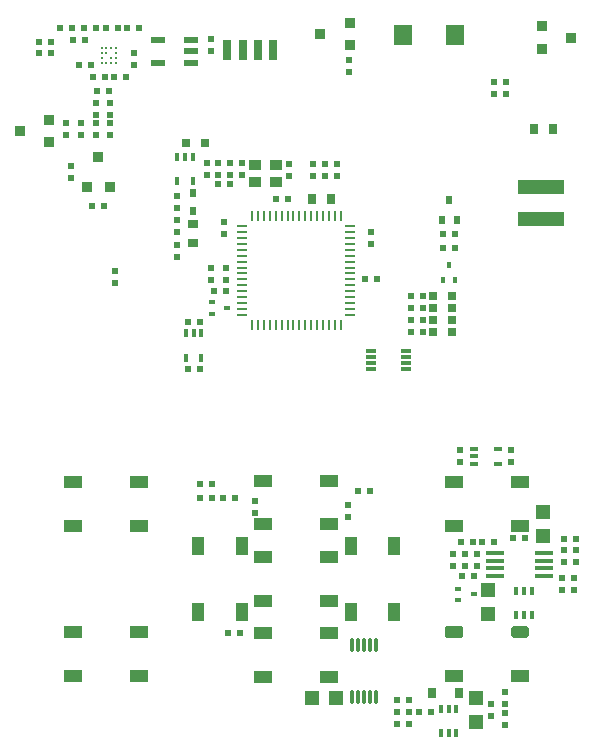
<source format=gtp>
G04*
G04 #@! TF.GenerationSoftware,Altium Limited,Altium Designer,20.0.13 (296)*
G04*
G04 Layer_Color=4671303*
%FSLAX44Y44*%
%MOMM*%
G71*
G01*
G75*
%ADD21R,0.5080X0.5588*%
%ADD22R,0.5588X0.5080*%
%ADD23C,0.2200*%
%ADD24R,0.7620X0.8382*%
%ADD25R,1.3000X1.1500*%
%ADD26R,0.8000X0.8000*%
%ADD27R,0.8000X0.8300*%
%ADD28R,0.4000X0.6500*%
%ADD29O,0.2800X1.3500*%
%ADD30R,0.9000X0.3000*%
%ADD31R,0.6500X0.4000*%
%ADD32R,1.0000X0.9000*%
%ADD33R,1.1500X1.3000*%
%ADD34R,1.6000X1.8000*%
%ADD35R,0.8000X1.8000*%
%ADD36R,4.0000X1.3000*%
%ADD37R,0.9500X0.9000*%
%ADD38R,0.9500X0.9000*%
%ADD39R,0.5080X0.3560*%
%ADD40R,0.9000X0.9500*%
%ADD41R,0.9000X0.9500*%
%ADD42R,0.8382X0.7620*%
%ADD43R,0.5000X0.6400*%
%ADD44R,0.5000X0.8000*%
%ADD45R,1.6000X1.0000*%
%ADD46R,1.0000X1.6000*%
G04:AMPARAMS|DCode=47|XSize=1.6mm|YSize=1mm|CornerRadius=0.25mm|HoleSize=0mm|Usage=FLASHONLY|Rotation=180.000|XOffset=0mm|YOffset=0mm|HoleType=Round|Shape=RoundedRectangle|*
%AMROUNDEDRECTD47*
21,1,1.6000,0.5000,0,0,180.0*
21,1,1.1000,1.0000,0,0,180.0*
1,1,0.5000,-0.5500,0.2500*
1,1,0.5000,0.5500,0.2500*
1,1,0.5000,0.5500,-0.2500*
1,1,0.5000,-0.5500,-0.2500*
%
%ADD47ROUNDEDRECTD47*%
G04:AMPARAMS|DCode=48|XSize=1.6mm|YSize=1mm|CornerRadius=0mm|HoleSize=0mm|Usage=FLASHONLY|Rotation=180.000|XOffset=0mm|YOffset=0mm|HoleType=Round|Shape=Octagon|*
%AMOCTAGOND48*
4,1,8,-0.8000,0.2500,-0.8000,-0.2500,-0.5500,-0.5000,0.5500,-0.5000,0.8000,-0.2500,0.8000,0.2500,0.5500,0.5000,-0.5500,0.5000,-0.8000,0.2500,0.0*
%
%ADD48OCTAGOND48*%

%ADD49R,1.5500X0.4000*%
%ADD50R,0.3560X0.5080*%
%ADD51R,1.2000X0.5000*%
%ADD52R,0.8500X0.2800*%
%ADD53R,0.2800X0.8500*%
D21*
X76330Y576750D02*
D03*
X66170D02*
D03*
X70830Y598250D02*
D03*
X60670D02*
D03*
X32420Y587250D02*
D03*
X42580D02*
D03*
X95420Y566750D02*
D03*
X105580D02*
D03*
X99080Y608250D02*
D03*
X88920D02*
D03*
X87580Y566750D02*
D03*
X77420D02*
D03*
X69920Y608250D02*
D03*
X80080D02*
D03*
X91330Y555250D02*
D03*
X81170D02*
D03*
X242830Y463500D02*
D03*
X232670D02*
D03*
X345580Y39500D02*
D03*
X335420D02*
D03*
X302420Y216250D02*
D03*
X312580D02*
D03*
X157920Y359500D02*
D03*
X168080D02*
D03*
X178830Y222500D02*
D03*
X168670D02*
D03*
X433420Y176250D02*
D03*
X443580D02*
D03*
X194080Y476000D02*
D03*
X183920Y476000D02*
D03*
X307920Y396000D02*
D03*
X318080D02*
D03*
X346920Y351000D02*
D03*
X357080D02*
D03*
X346920Y371000D02*
D03*
X357080D02*
D03*
X346920Y381000D02*
D03*
X357080D02*
D03*
X187670Y210250D02*
D03*
X197830D02*
D03*
X335420Y29250D02*
D03*
X345580Y29250D02*
D03*
X353420Y29250D02*
D03*
X363580Y29250D02*
D03*
X400080Y144000D02*
D03*
X389920D02*
D03*
X487080Y166000D02*
D03*
X476920D02*
D03*
X487080Y156000D02*
D03*
X476920D02*
D03*
X417330Y172750D02*
D03*
X407170D02*
D03*
X399830Y172750D02*
D03*
X389670D02*
D03*
X476920Y176000D02*
D03*
X487080D02*
D03*
X345580Y19000D02*
D03*
X335420Y19000D02*
D03*
X191920Y96000D02*
D03*
X202080D02*
D03*
X357080Y361000D02*
D03*
X346920D02*
D03*
X77170Y457250D02*
D03*
X87330D02*
D03*
X180420Y386000D02*
D03*
X190580D02*
D03*
X384330Y422250D02*
D03*
X374170D02*
D03*
X384416Y433730D02*
D03*
X374256D02*
D03*
X117080Y608250D02*
D03*
X106920D02*
D03*
X32420Y596750D02*
D03*
X42580D02*
D03*
X60080Y608250D02*
D03*
X49920D02*
D03*
X168670Y210250D02*
D03*
X178830D02*
D03*
X168080Y319500D02*
D03*
X157920D02*
D03*
D22*
X112250Y576670D02*
D03*
X112250Y586830D02*
D03*
X178000Y404750D02*
D03*
Y394590D02*
D03*
X313000Y425420D02*
D03*
Y435580D02*
D03*
X190250Y404830D02*
D03*
Y394670D02*
D03*
X194000Y494080D02*
D03*
Y483920D02*
D03*
X184000Y494080D02*
D03*
Y483920D02*
D03*
X215250Y207830D02*
D03*
Y197670D02*
D03*
X293250Y204080D02*
D03*
Y193920D02*
D03*
X244000Y493080D02*
D03*
Y482920D02*
D03*
X431500Y240420D02*
D03*
Y250580D02*
D03*
X382750Y163080D02*
D03*
Y152920D02*
D03*
X475000Y132420D02*
D03*
X475000Y142580D02*
D03*
X388500Y250580D02*
D03*
X388500Y240420D02*
D03*
X189000Y444080D02*
D03*
Y433920D02*
D03*
X204000Y494080D02*
D03*
Y483920D02*
D03*
X274000Y493080D02*
D03*
Y482920D02*
D03*
X284000D02*
D03*
Y493080D02*
D03*
X264000Y482920D02*
D03*
Y493080D02*
D03*
X427000Y17920D02*
D03*
Y28080D02*
D03*
Y46160D02*
D03*
Y36000D02*
D03*
X402750Y152920D02*
D03*
Y163080D02*
D03*
X392750Y152920D02*
D03*
Y163080D02*
D03*
X415000Y25920D02*
D03*
Y36080D02*
D03*
X485250Y142580D02*
D03*
X485250Y132420D02*
D03*
X174000Y494080D02*
D03*
Y483920D02*
D03*
X59250Y481170D02*
D03*
Y491330D02*
D03*
X55000Y517420D02*
D03*
Y527580D02*
D03*
X294250Y581330D02*
D03*
Y571170D02*
D03*
X417500Y562580D02*
D03*
Y552420D02*
D03*
X427500Y562580D02*
D03*
Y552420D02*
D03*
X149250Y435590D02*
D03*
Y445750D02*
D03*
Y424580D02*
D03*
Y414420D02*
D03*
X92500Y517420D02*
D03*
X92500Y527580D02*
D03*
X80000Y517420D02*
D03*
Y527580D02*
D03*
X92500Y534920D02*
D03*
Y545080D02*
D03*
X80000Y534920D02*
D03*
Y545080D02*
D03*
X149250Y456170D02*
D03*
Y466330D02*
D03*
X67500Y517420D02*
D03*
Y527580D02*
D03*
X96750Y392170D02*
D03*
Y402330D02*
D03*
X177500Y588420D02*
D03*
Y598580D02*
D03*
D23*
X93000Y583000D02*
D03*
Y591000D02*
D03*
X85000Y579000D02*
D03*
X89000Y579000D02*
D03*
X93000D02*
D03*
X97000Y579000D02*
D03*
X85000Y583000D02*
D03*
X97000Y583000D02*
D03*
X85000Y587000D02*
D03*
X89000D02*
D03*
X97000D02*
D03*
X85000Y591000D02*
D03*
X97000D02*
D03*
X89000D02*
D03*
D24*
X262872Y463250D02*
D03*
X279128D02*
D03*
X467378Y523000D02*
D03*
X451122D02*
D03*
D25*
X412000Y112500D02*
D03*
X412000Y132500D02*
D03*
X402000Y21000D02*
D03*
Y41000D02*
D03*
X459000Y178500D02*
D03*
Y198500D02*
D03*
D26*
X366000Y351000D02*
D03*
X382000D02*
D03*
X366000Y361000D02*
D03*
X382000D02*
D03*
X366000Y371000D02*
D03*
X382000D02*
D03*
X366000Y381000D02*
D03*
X382000D02*
D03*
X172750Y511000D02*
D03*
X156750D02*
D03*
D27*
X364500Y45000D02*
D03*
X387500D02*
D03*
D28*
X372500Y31750D02*
D03*
X379000Y31750D02*
D03*
X385500Y31750D02*
D03*
Y11250D02*
D03*
X379000D02*
D03*
X372500D02*
D03*
X169500Y329250D02*
D03*
X156500D02*
D03*
X156500Y349750D02*
D03*
X163000Y349750D02*
D03*
X169500Y349750D02*
D03*
X162250Y478750D02*
D03*
X149250D02*
D03*
Y499250D02*
D03*
X155750Y499250D02*
D03*
X162250Y499250D02*
D03*
X449250Y111250D02*
D03*
X442750D02*
D03*
X436250D02*
D03*
Y131750D02*
D03*
X442750D02*
D03*
X449250D02*
D03*
D29*
X316999Y86001D02*
D03*
X311999D02*
D03*
X306999Y86001D02*
D03*
X301999Y86001D02*
D03*
X296999D02*
D03*
X316999Y42001D02*
D03*
X311999D02*
D03*
X306999D02*
D03*
X301999D02*
D03*
X296999D02*
D03*
D30*
X313000Y334500D02*
D03*
X313000Y329500D02*
D03*
Y324500D02*
D03*
Y319500D02*
D03*
X343000D02*
D03*
Y324500D02*
D03*
Y329500D02*
D03*
Y334500D02*
D03*
D31*
X420500Y252000D02*
D03*
Y239000D02*
D03*
X400000D02*
D03*
Y245500D02*
D03*
Y252000D02*
D03*
D32*
X233000Y478000D02*
D03*
Y492000D02*
D03*
X215000D02*
D03*
Y478000D02*
D03*
D33*
X263500Y41000D02*
D03*
X283500Y41000D02*
D03*
D34*
X340000Y602000D02*
D03*
X384000D02*
D03*
D35*
X230500Y590000D02*
D03*
X217500D02*
D03*
X204500D02*
D03*
X191500D02*
D03*
D36*
X456750Y447000D02*
D03*
Y474000D02*
D03*
D37*
X40750Y511750D02*
D03*
X15750Y521250D02*
D03*
X457500Y609750D02*
D03*
X482500Y600250D02*
D03*
X270250Y603000D02*
D03*
X295250Y593500D02*
D03*
D38*
X40750Y530750D02*
D03*
X457500Y590750D02*
D03*
X295250Y612500D02*
D03*
D39*
X191604Y371000D02*
D03*
X178396Y366047D02*
D03*
Y375953D02*
D03*
X386792Y133703D02*
D03*
Y123797D02*
D03*
X400000Y128750D02*
D03*
D40*
X72750Y473750D02*
D03*
X82250Y498750D02*
D03*
D41*
X91750Y473750D02*
D03*
D42*
X162750Y442628D02*
D03*
Y426372D02*
D03*
D43*
Y468300D02*
D03*
Y453700D02*
D03*
D44*
X372836Y445689D02*
D03*
X385836D02*
D03*
X379336Y462689D02*
D03*
D45*
X61000Y224000D02*
D03*
X117000D02*
D03*
X61000Y187000D02*
D03*
X117000D02*
D03*
X222000Y96000D02*
D03*
X278000D02*
D03*
X222000Y59000D02*
D03*
X278000D02*
D03*
X222000Y160500D02*
D03*
X278000D02*
D03*
X222000Y123500D02*
D03*
X278000D02*
D03*
X61000Y97000D02*
D03*
X117000D02*
D03*
X61000Y60000D02*
D03*
X117000D02*
D03*
X383000D02*
D03*
X439000D02*
D03*
X222000Y225000D02*
D03*
X278000D02*
D03*
X222000Y188000D02*
D03*
X278000D02*
D03*
X383000Y224000D02*
D03*
X439000D02*
D03*
X383000Y187000D02*
D03*
X439000D02*
D03*
D46*
X167000Y114000D02*
D03*
Y170000D02*
D03*
X204000Y114000D02*
D03*
Y170000D02*
D03*
X296000Y114000D02*
D03*
Y170000D02*
D03*
X333000Y114000D02*
D03*
Y170000D02*
D03*
D47*
X383000Y97000D02*
D03*
D48*
X439000D02*
D03*
D49*
X418250Y163750D02*
D03*
Y157250D02*
D03*
Y150750D02*
D03*
Y144250D02*
D03*
X459750Y163750D02*
D03*
Y157250D02*
D03*
Y150750D02*
D03*
Y144250D02*
D03*
D50*
X379250Y407854D02*
D03*
X384203Y394646D02*
D03*
X374297D02*
D03*
D51*
X161000Y598000D02*
D03*
Y579000D02*
D03*
Y588500D02*
D03*
X133000Y579000D02*
D03*
Y598000D02*
D03*
D52*
X295750Y365500D02*
D03*
Y370500D02*
D03*
Y375500D02*
D03*
Y380500D02*
D03*
Y385500D02*
D03*
Y390500D02*
D03*
Y395500D02*
D03*
Y400500D02*
D03*
Y405500D02*
D03*
Y410500D02*
D03*
Y415500D02*
D03*
Y420500D02*
D03*
Y425500D02*
D03*
Y430500D02*
D03*
Y435500D02*
D03*
Y440500D02*
D03*
X204250D02*
D03*
X204250Y435500D02*
D03*
Y430500D02*
D03*
Y425500D02*
D03*
Y420500D02*
D03*
Y415500D02*
D03*
Y410500D02*
D03*
Y405500D02*
D03*
Y400500D02*
D03*
Y395500D02*
D03*
Y390500D02*
D03*
Y385500D02*
D03*
Y380500D02*
D03*
Y375500D02*
D03*
Y370500D02*
D03*
Y365500D02*
D03*
D53*
X212500Y357250D02*
D03*
X217500Y357250D02*
D03*
X222500D02*
D03*
X227500D02*
D03*
X232500D02*
D03*
X237500D02*
D03*
X242500Y357250D02*
D03*
X247500D02*
D03*
X252500D02*
D03*
X257500Y357250D02*
D03*
X262500D02*
D03*
X282500Y448750D02*
D03*
X277500Y448750D02*
D03*
X272500D02*
D03*
X267500D02*
D03*
X262500D02*
D03*
X257500D02*
D03*
X252500Y448750D02*
D03*
X247500D02*
D03*
X242500D02*
D03*
X237500Y448750D02*
D03*
X232500D02*
D03*
X227500D02*
D03*
X222500D02*
D03*
X217500D02*
D03*
X212500Y448750D02*
D03*
X267500Y357250D02*
D03*
X272500D02*
D03*
X277500D02*
D03*
X282500D02*
D03*
X287500Y357250D02*
D03*
X287500Y448750D02*
D03*
M02*

</source>
